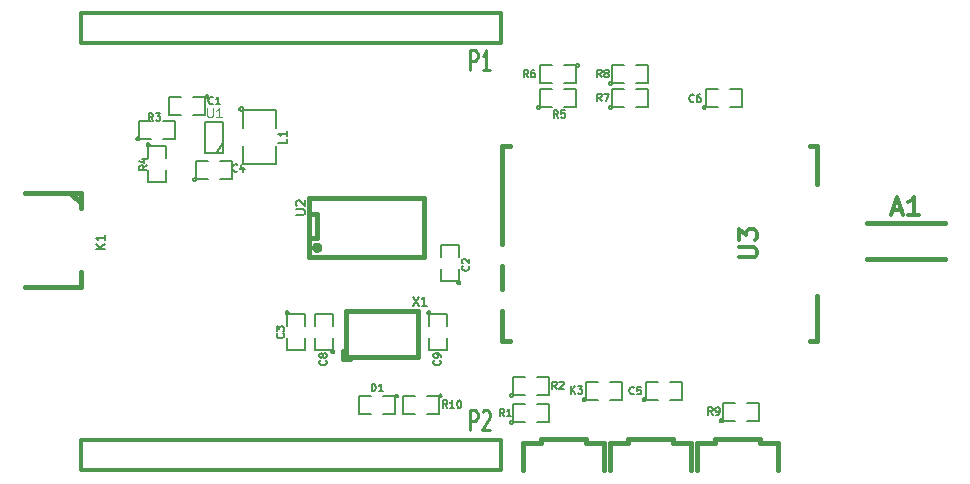
<source format=gto>
G04 (created by PCBNEW-RS274X (2012-jan-04)-stable) date Sun 27 Jan 2013 19:14:15 CET*
G01*
G70*
G90*
%MOIN*%
G04 Gerber Fmt 3.4, Leading zero omitted, Abs format*
%FSLAX34Y34*%
G04 APERTURE LIST*
%ADD10C,0.006000*%
%ADD11C,0.015000*%
%ADD12C,0.005000*%
%ADD13C,0.012000*%
%ADD14C,0.003000*%
%ADD15C,0.010700*%
G04 APERTURE END LIST*
G54D10*
G54D11*
X68650Y-33000D02*
X68650Y-32100D01*
X68650Y-32100D02*
X69250Y-32100D01*
X69250Y-32100D02*
X69250Y-31950D01*
X69250Y-31950D02*
X70750Y-31950D01*
X70750Y-31950D02*
X70750Y-32100D01*
X70750Y-32100D02*
X71350Y-32100D01*
X71350Y-32100D02*
X71350Y-33000D01*
X65750Y-33000D02*
X65750Y-32100D01*
X65750Y-32100D02*
X66350Y-32100D01*
X66350Y-32100D02*
X66350Y-31950D01*
X66350Y-31950D02*
X67850Y-31950D01*
X67850Y-31950D02*
X67850Y-32100D01*
X67850Y-32100D02*
X68450Y-32100D01*
X68450Y-32100D02*
X68450Y-33000D01*
G54D12*
X55750Y-22100D02*
X55550Y-22400D01*
X55750Y-21400D02*
X55750Y-22425D01*
X55750Y-22425D02*
X55150Y-22425D01*
X55150Y-22425D02*
X55150Y-21400D01*
X55150Y-21400D02*
X55750Y-21400D01*
X56420Y-20950D02*
X56418Y-20963D01*
X56414Y-20976D01*
X56408Y-20988D01*
X56399Y-20999D01*
X56389Y-21008D01*
X56377Y-21014D01*
X56364Y-21018D01*
X56350Y-21019D01*
X56337Y-21018D01*
X56324Y-21014D01*
X56312Y-21008D01*
X56302Y-21000D01*
X56293Y-20989D01*
X56286Y-20977D01*
X56282Y-20964D01*
X56281Y-20950D01*
X56282Y-20938D01*
X56285Y-20925D01*
X56292Y-20913D01*
X56300Y-20902D01*
X56311Y-20893D01*
X56322Y-20886D01*
X56335Y-20882D01*
X56349Y-20881D01*
X56362Y-20882D01*
X56375Y-20885D01*
X56387Y-20891D01*
X56398Y-20900D01*
X56407Y-20910D01*
X56413Y-20922D01*
X56418Y-20935D01*
X56419Y-20949D01*
X56420Y-20950D01*
X57500Y-21600D02*
X57500Y-21000D01*
X57500Y-21000D02*
X56400Y-21000D01*
X56400Y-21000D02*
X56400Y-21600D01*
X56400Y-22200D02*
X56400Y-22800D01*
X56400Y-22800D02*
X57500Y-22800D01*
X57500Y-22800D02*
X57500Y-22200D01*
X52950Y-21950D02*
X52949Y-21959D01*
X52946Y-21969D01*
X52941Y-21977D01*
X52935Y-21985D01*
X52927Y-21991D01*
X52919Y-21996D01*
X52910Y-21998D01*
X52900Y-21999D01*
X52891Y-21999D01*
X52882Y-21996D01*
X52873Y-21991D01*
X52866Y-21985D01*
X52859Y-21978D01*
X52855Y-21969D01*
X52852Y-21960D01*
X52851Y-21950D01*
X52851Y-21941D01*
X52854Y-21932D01*
X52858Y-21923D01*
X52865Y-21916D01*
X52872Y-21909D01*
X52880Y-21905D01*
X52890Y-21902D01*
X52899Y-21901D01*
X52908Y-21901D01*
X52918Y-21904D01*
X52926Y-21908D01*
X52934Y-21914D01*
X52940Y-21922D01*
X52945Y-21930D01*
X52948Y-21939D01*
X52949Y-21949D01*
X52950Y-21950D01*
X53350Y-21950D02*
X52950Y-21950D01*
X52950Y-21950D02*
X52950Y-21350D01*
X52950Y-21350D02*
X53350Y-21350D01*
X53750Y-21350D02*
X54150Y-21350D01*
X54150Y-21350D02*
X54150Y-21950D01*
X54150Y-21950D02*
X53750Y-21950D01*
X55250Y-20550D02*
X55249Y-20559D01*
X55246Y-20569D01*
X55241Y-20577D01*
X55235Y-20585D01*
X55227Y-20591D01*
X55219Y-20596D01*
X55210Y-20598D01*
X55200Y-20599D01*
X55191Y-20599D01*
X55182Y-20596D01*
X55173Y-20591D01*
X55166Y-20585D01*
X55159Y-20578D01*
X55155Y-20569D01*
X55152Y-20560D01*
X55151Y-20550D01*
X55151Y-20541D01*
X55154Y-20532D01*
X55158Y-20523D01*
X55165Y-20516D01*
X55172Y-20509D01*
X55180Y-20505D01*
X55190Y-20502D01*
X55199Y-20501D01*
X55208Y-20501D01*
X55218Y-20504D01*
X55226Y-20508D01*
X55234Y-20514D01*
X55240Y-20522D01*
X55245Y-20530D01*
X55248Y-20539D01*
X55249Y-20549D01*
X55250Y-20550D01*
X54750Y-20550D02*
X55150Y-20550D01*
X55150Y-20550D02*
X55150Y-21150D01*
X55150Y-21150D02*
X54750Y-21150D01*
X54350Y-21150D02*
X53950Y-21150D01*
X53950Y-21150D02*
X53950Y-20550D01*
X53950Y-20550D02*
X54350Y-20550D01*
X63650Y-26750D02*
X63649Y-26759D01*
X63646Y-26769D01*
X63641Y-26777D01*
X63635Y-26785D01*
X63627Y-26791D01*
X63619Y-26796D01*
X63610Y-26798D01*
X63600Y-26799D01*
X63591Y-26799D01*
X63582Y-26796D01*
X63573Y-26791D01*
X63566Y-26785D01*
X63559Y-26778D01*
X63555Y-26769D01*
X63552Y-26760D01*
X63551Y-26750D01*
X63551Y-26741D01*
X63554Y-26732D01*
X63558Y-26723D01*
X63565Y-26716D01*
X63572Y-26709D01*
X63580Y-26705D01*
X63590Y-26702D01*
X63599Y-26701D01*
X63608Y-26701D01*
X63618Y-26704D01*
X63626Y-26708D01*
X63634Y-26714D01*
X63640Y-26722D01*
X63645Y-26730D01*
X63648Y-26739D01*
X63649Y-26749D01*
X63650Y-26750D01*
X63600Y-26300D02*
X63600Y-26700D01*
X63600Y-26700D02*
X63000Y-26700D01*
X63000Y-26700D02*
X63000Y-26300D01*
X63000Y-25900D02*
X63000Y-25500D01*
X63000Y-25500D02*
X63600Y-25500D01*
X63600Y-25500D02*
X63600Y-25900D01*
X57925Y-27750D02*
X57924Y-27759D01*
X57921Y-27769D01*
X57916Y-27777D01*
X57910Y-27785D01*
X57902Y-27791D01*
X57894Y-27796D01*
X57885Y-27798D01*
X57875Y-27799D01*
X57866Y-27799D01*
X57857Y-27796D01*
X57848Y-27791D01*
X57841Y-27785D01*
X57834Y-27778D01*
X57830Y-27769D01*
X57827Y-27760D01*
X57826Y-27750D01*
X57826Y-27741D01*
X57829Y-27732D01*
X57833Y-27723D01*
X57840Y-27716D01*
X57847Y-27709D01*
X57855Y-27705D01*
X57865Y-27702D01*
X57874Y-27701D01*
X57883Y-27701D01*
X57893Y-27704D01*
X57901Y-27708D01*
X57909Y-27714D01*
X57915Y-27722D01*
X57920Y-27730D01*
X57923Y-27739D01*
X57924Y-27749D01*
X57925Y-27750D01*
X57875Y-28200D02*
X57875Y-27800D01*
X57875Y-27800D02*
X58475Y-27800D01*
X58475Y-27800D02*
X58475Y-28200D01*
X58475Y-28600D02*
X58475Y-29000D01*
X58475Y-29000D02*
X57875Y-29000D01*
X57875Y-29000D02*
X57875Y-28600D01*
X68700Y-20100D02*
X68699Y-20109D01*
X68696Y-20119D01*
X68691Y-20127D01*
X68685Y-20135D01*
X68677Y-20141D01*
X68669Y-20146D01*
X68660Y-20148D01*
X68650Y-20149D01*
X68641Y-20149D01*
X68632Y-20146D01*
X68623Y-20141D01*
X68616Y-20135D01*
X68609Y-20128D01*
X68605Y-20119D01*
X68602Y-20110D01*
X68601Y-20100D01*
X68601Y-20091D01*
X68604Y-20082D01*
X68608Y-20073D01*
X68615Y-20066D01*
X68622Y-20059D01*
X68630Y-20055D01*
X68640Y-20052D01*
X68649Y-20051D01*
X68658Y-20051D01*
X68668Y-20054D01*
X68676Y-20058D01*
X68684Y-20064D01*
X68690Y-20072D01*
X68695Y-20080D01*
X68698Y-20089D01*
X68699Y-20099D01*
X68700Y-20100D01*
X69100Y-20100D02*
X68700Y-20100D01*
X68700Y-20100D02*
X68700Y-19500D01*
X68700Y-19500D02*
X69100Y-19500D01*
X69500Y-19500D02*
X69900Y-19500D01*
X69900Y-19500D02*
X69900Y-20100D01*
X69900Y-20100D02*
X69500Y-20100D01*
X68700Y-20900D02*
X68699Y-20909D01*
X68696Y-20919D01*
X68691Y-20927D01*
X68685Y-20935D01*
X68677Y-20941D01*
X68669Y-20946D01*
X68660Y-20948D01*
X68650Y-20949D01*
X68641Y-20949D01*
X68632Y-20946D01*
X68623Y-20941D01*
X68616Y-20935D01*
X68609Y-20928D01*
X68605Y-20919D01*
X68602Y-20910D01*
X68601Y-20900D01*
X68601Y-20891D01*
X68604Y-20882D01*
X68608Y-20873D01*
X68615Y-20866D01*
X68622Y-20859D01*
X68630Y-20855D01*
X68640Y-20852D01*
X68649Y-20851D01*
X68658Y-20851D01*
X68668Y-20854D01*
X68676Y-20858D01*
X68684Y-20864D01*
X68690Y-20872D01*
X68695Y-20880D01*
X68698Y-20889D01*
X68699Y-20899D01*
X68700Y-20900D01*
X69100Y-20900D02*
X68700Y-20900D01*
X68700Y-20900D02*
X68700Y-20300D01*
X68700Y-20300D02*
X69100Y-20300D01*
X69500Y-20300D02*
X69900Y-20300D01*
X69900Y-20300D02*
X69900Y-20900D01*
X69900Y-20900D02*
X69500Y-20900D01*
X67600Y-19500D02*
X67599Y-19509D01*
X67596Y-19519D01*
X67591Y-19527D01*
X67585Y-19535D01*
X67577Y-19541D01*
X67569Y-19546D01*
X67560Y-19548D01*
X67550Y-19549D01*
X67541Y-19549D01*
X67532Y-19546D01*
X67523Y-19541D01*
X67516Y-19535D01*
X67509Y-19528D01*
X67505Y-19519D01*
X67502Y-19510D01*
X67501Y-19500D01*
X67501Y-19491D01*
X67504Y-19482D01*
X67508Y-19473D01*
X67515Y-19466D01*
X67522Y-19459D01*
X67530Y-19455D01*
X67540Y-19452D01*
X67549Y-19451D01*
X67558Y-19451D01*
X67568Y-19454D01*
X67576Y-19458D01*
X67584Y-19464D01*
X67590Y-19472D01*
X67595Y-19480D01*
X67598Y-19489D01*
X67599Y-19499D01*
X67600Y-19500D01*
X67100Y-19500D02*
X67500Y-19500D01*
X67500Y-19500D02*
X67500Y-20100D01*
X67500Y-20100D02*
X67100Y-20100D01*
X66700Y-20100D02*
X66300Y-20100D01*
X66300Y-20100D02*
X66300Y-19500D01*
X66300Y-19500D02*
X66700Y-19500D01*
X66300Y-20900D02*
X66299Y-20909D01*
X66296Y-20919D01*
X66291Y-20927D01*
X66285Y-20935D01*
X66277Y-20941D01*
X66269Y-20946D01*
X66260Y-20948D01*
X66250Y-20949D01*
X66241Y-20949D01*
X66232Y-20946D01*
X66223Y-20941D01*
X66216Y-20935D01*
X66209Y-20928D01*
X66205Y-20919D01*
X66202Y-20910D01*
X66201Y-20900D01*
X66201Y-20891D01*
X66204Y-20882D01*
X66208Y-20873D01*
X66215Y-20866D01*
X66222Y-20859D01*
X66230Y-20855D01*
X66240Y-20852D01*
X66249Y-20851D01*
X66258Y-20851D01*
X66268Y-20854D01*
X66276Y-20858D01*
X66284Y-20864D01*
X66290Y-20872D01*
X66295Y-20880D01*
X66298Y-20889D01*
X66299Y-20899D01*
X66300Y-20900D01*
X66700Y-20900D02*
X66300Y-20900D01*
X66300Y-20900D02*
X66300Y-20300D01*
X66300Y-20300D02*
X66700Y-20300D01*
X67100Y-20300D02*
X67500Y-20300D01*
X67500Y-20300D02*
X67500Y-20900D01*
X67500Y-20900D02*
X67100Y-20900D01*
X53300Y-22150D02*
X53299Y-22159D01*
X53296Y-22169D01*
X53291Y-22177D01*
X53285Y-22185D01*
X53277Y-22191D01*
X53269Y-22196D01*
X53260Y-22198D01*
X53250Y-22199D01*
X53241Y-22199D01*
X53232Y-22196D01*
X53223Y-22191D01*
X53216Y-22185D01*
X53209Y-22178D01*
X53205Y-22169D01*
X53202Y-22160D01*
X53201Y-22150D01*
X53201Y-22141D01*
X53204Y-22132D01*
X53208Y-22123D01*
X53215Y-22116D01*
X53222Y-22109D01*
X53230Y-22105D01*
X53240Y-22102D01*
X53249Y-22101D01*
X53258Y-22101D01*
X53268Y-22104D01*
X53276Y-22108D01*
X53284Y-22114D01*
X53290Y-22122D01*
X53295Y-22130D01*
X53298Y-22139D01*
X53299Y-22149D01*
X53300Y-22150D01*
X53250Y-22600D02*
X53250Y-22200D01*
X53250Y-22200D02*
X53850Y-22200D01*
X53850Y-22200D02*
X53850Y-22600D01*
X53850Y-23000D02*
X53850Y-23400D01*
X53850Y-23400D02*
X53250Y-23400D01*
X53250Y-23400D02*
X53250Y-23000D01*
X69825Y-30650D02*
X69824Y-30659D01*
X69821Y-30669D01*
X69816Y-30677D01*
X69810Y-30685D01*
X69802Y-30691D01*
X69794Y-30696D01*
X69785Y-30698D01*
X69775Y-30699D01*
X69766Y-30699D01*
X69757Y-30696D01*
X69748Y-30691D01*
X69741Y-30685D01*
X69734Y-30678D01*
X69730Y-30669D01*
X69727Y-30660D01*
X69726Y-30650D01*
X69726Y-30641D01*
X69729Y-30632D01*
X69733Y-30623D01*
X69740Y-30616D01*
X69747Y-30609D01*
X69755Y-30605D01*
X69765Y-30602D01*
X69774Y-30601D01*
X69783Y-30601D01*
X69793Y-30604D01*
X69801Y-30608D01*
X69809Y-30614D01*
X69815Y-30622D01*
X69820Y-30630D01*
X69823Y-30639D01*
X69824Y-30649D01*
X69825Y-30650D01*
X70225Y-30650D02*
X69825Y-30650D01*
X69825Y-30650D02*
X69825Y-30050D01*
X69825Y-30050D02*
X70225Y-30050D01*
X70625Y-30050D02*
X71025Y-30050D01*
X71025Y-30050D02*
X71025Y-30650D01*
X71025Y-30650D02*
X70625Y-30650D01*
X65400Y-30500D02*
X65399Y-30509D01*
X65396Y-30519D01*
X65391Y-30527D01*
X65385Y-30535D01*
X65377Y-30541D01*
X65369Y-30546D01*
X65360Y-30548D01*
X65350Y-30549D01*
X65341Y-30549D01*
X65332Y-30546D01*
X65323Y-30541D01*
X65316Y-30535D01*
X65309Y-30528D01*
X65305Y-30519D01*
X65302Y-30510D01*
X65301Y-30500D01*
X65301Y-30491D01*
X65304Y-30482D01*
X65308Y-30473D01*
X65315Y-30466D01*
X65322Y-30459D01*
X65330Y-30455D01*
X65340Y-30452D01*
X65349Y-30451D01*
X65358Y-30451D01*
X65368Y-30454D01*
X65376Y-30458D01*
X65384Y-30464D01*
X65390Y-30472D01*
X65395Y-30480D01*
X65398Y-30489D01*
X65399Y-30499D01*
X65400Y-30500D01*
X65800Y-30500D02*
X65400Y-30500D01*
X65400Y-30500D02*
X65400Y-29900D01*
X65400Y-29900D02*
X65800Y-29900D01*
X66200Y-29900D02*
X66600Y-29900D01*
X66600Y-29900D02*
X66600Y-30500D01*
X66600Y-30500D02*
X66200Y-30500D01*
X65400Y-31400D02*
X65399Y-31409D01*
X65396Y-31419D01*
X65391Y-31427D01*
X65385Y-31435D01*
X65377Y-31441D01*
X65369Y-31446D01*
X65360Y-31448D01*
X65350Y-31449D01*
X65341Y-31449D01*
X65332Y-31446D01*
X65323Y-31441D01*
X65316Y-31435D01*
X65309Y-31428D01*
X65305Y-31419D01*
X65302Y-31410D01*
X65301Y-31400D01*
X65301Y-31391D01*
X65304Y-31382D01*
X65308Y-31373D01*
X65315Y-31366D01*
X65322Y-31359D01*
X65330Y-31355D01*
X65340Y-31352D01*
X65349Y-31351D01*
X65358Y-31351D01*
X65368Y-31354D01*
X65376Y-31358D01*
X65384Y-31364D01*
X65390Y-31372D01*
X65395Y-31380D01*
X65398Y-31389D01*
X65399Y-31399D01*
X65400Y-31400D01*
X65800Y-31400D02*
X65400Y-31400D01*
X65400Y-31400D02*
X65400Y-30800D01*
X65400Y-30800D02*
X65800Y-30800D01*
X66200Y-30800D02*
X66600Y-30800D01*
X66600Y-30800D02*
X66600Y-31400D01*
X66600Y-31400D02*
X66200Y-31400D01*
X54850Y-23300D02*
X54849Y-23309D01*
X54846Y-23319D01*
X54841Y-23327D01*
X54835Y-23335D01*
X54827Y-23341D01*
X54819Y-23346D01*
X54810Y-23348D01*
X54800Y-23349D01*
X54791Y-23349D01*
X54782Y-23346D01*
X54773Y-23341D01*
X54766Y-23335D01*
X54759Y-23328D01*
X54755Y-23319D01*
X54752Y-23310D01*
X54751Y-23300D01*
X54751Y-23291D01*
X54754Y-23282D01*
X54758Y-23273D01*
X54765Y-23266D01*
X54772Y-23259D01*
X54780Y-23255D01*
X54790Y-23252D01*
X54799Y-23251D01*
X54808Y-23251D01*
X54818Y-23254D01*
X54826Y-23258D01*
X54834Y-23264D01*
X54840Y-23272D01*
X54845Y-23280D01*
X54848Y-23289D01*
X54849Y-23299D01*
X54850Y-23300D01*
X55250Y-23300D02*
X54850Y-23300D01*
X54850Y-23300D02*
X54850Y-22700D01*
X54850Y-22700D02*
X55250Y-22700D01*
X55650Y-22700D02*
X56050Y-22700D01*
X56050Y-22700D02*
X56050Y-23300D01*
X56050Y-23300D02*
X55650Y-23300D01*
X71825Y-20900D02*
X71824Y-20909D01*
X71821Y-20919D01*
X71816Y-20927D01*
X71810Y-20935D01*
X71802Y-20941D01*
X71794Y-20946D01*
X71785Y-20948D01*
X71775Y-20949D01*
X71766Y-20949D01*
X71757Y-20946D01*
X71748Y-20941D01*
X71741Y-20935D01*
X71734Y-20928D01*
X71730Y-20919D01*
X71727Y-20910D01*
X71726Y-20900D01*
X71726Y-20891D01*
X71729Y-20882D01*
X71733Y-20873D01*
X71740Y-20866D01*
X71747Y-20859D01*
X71755Y-20855D01*
X71765Y-20852D01*
X71774Y-20851D01*
X71783Y-20851D01*
X71793Y-20854D01*
X71801Y-20858D01*
X71809Y-20864D01*
X71815Y-20872D01*
X71820Y-20880D01*
X71823Y-20889D01*
X71824Y-20899D01*
X71825Y-20900D01*
X72225Y-20900D02*
X71825Y-20900D01*
X71825Y-20900D02*
X71825Y-20300D01*
X71825Y-20300D02*
X72225Y-20300D01*
X72625Y-20300D02*
X73025Y-20300D01*
X73025Y-20300D02*
X73025Y-20900D01*
X73025Y-20900D02*
X72625Y-20900D01*
G54D11*
X65050Y-26950D02*
X65050Y-26200D01*
X75550Y-27200D02*
X75550Y-28700D01*
X75550Y-28700D02*
X75300Y-28700D01*
X75300Y-22200D02*
X75550Y-22200D01*
X75550Y-22200D02*
X75550Y-23450D01*
X65050Y-25450D02*
X65050Y-22200D01*
X65050Y-22200D02*
X65300Y-22200D01*
X65300Y-28700D02*
X65050Y-28700D01*
X65050Y-28700D02*
X65050Y-27700D01*
X79800Y-25950D02*
X77200Y-25950D01*
X77200Y-24750D02*
X79800Y-24750D01*
G54D12*
X67825Y-30650D02*
X67824Y-30659D01*
X67821Y-30669D01*
X67816Y-30677D01*
X67810Y-30685D01*
X67802Y-30691D01*
X67794Y-30696D01*
X67785Y-30698D01*
X67775Y-30699D01*
X67766Y-30699D01*
X67757Y-30696D01*
X67748Y-30691D01*
X67741Y-30685D01*
X67734Y-30678D01*
X67730Y-30669D01*
X67727Y-30660D01*
X67726Y-30650D01*
X67726Y-30641D01*
X67729Y-30632D01*
X67733Y-30623D01*
X67740Y-30616D01*
X67747Y-30609D01*
X67755Y-30605D01*
X67765Y-30602D01*
X67774Y-30601D01*
X67783Y-30601D01*
X67793Y-30604D01*
X67801Y-30608D01*
X67809Y-30614D01*
X67815Y-30622D01*
X67820Y-30630D01*
X67823Y-30639D01*
X67824Y-30649D01*
X67825Y-30650D01*
X68225Y-30650D02*
X67825Y-30650D01*
X67825Y-30650D02*
X67825Y-30050D01*
X67825Y-30050D02*
X68225Y-30050D01*
X68625Y-30050D02*
X69025Y-30050D01*
X69025Y-30050D02*
X69025Y-30650D01*
X69025Y-30650D02*
X68625Y-30650D01*
G54D11*
X58944Y-25570D02*
X58942Y-25585D01*
X58938Y-25600D01*
X58930Y-25613D01*
X58921Y-25625D01*
X58909Y-25635D01*
X58895Y-25642D01*
X58880Y-25647D01*
X58865Y-25648D01*
X58851Y-25647D01*
X58836Y-25643D01*
X58822Y-25636D01*
X58810Y-25626D01*
X58800Y-25614D01*
X58793Y-25601D01*
X58788Y-25586D01*
X58787Y-25571D01*
X58788Y-25556D01*
X58792Y-25541D01*
X58799Y-25528D01*
X58809Y-25516D01*
X58820Y-25506D01*
X58834Y-25498D01*
X58849Y-25493D01*
X58864Y-25492D01*
X58878Y-25493D01*
X58893Y-25497D01*
X58907Y-25504D01*
X58919Y-25513D01*
X58929Y-25525D01*
X58937Y-25538D01*
X58942Y-25553D01*
X58943Y-25568D01*
X58944Y-25570D01*
X58609Y-24468D02*
X58865Y-24468D01*
X58865Y-24468D02*
X58865Y-25255D01*
X58865Y-25255D02*
X58609Y-25255D01*
X58609Y-25885D02*
X58609Y-23916D01*
X58609Y-23916D02*
X62448Y-23916D01*
X62448Y-23916D02*
X62448Y-25885D01*
X62448Y-25885D02*
X58609Y-25885D01*
G54D12*
X59450Y-29050D02*
X59449Y-29059D01*
X59446Y-29069D01*
X59441Y-29077D01*
X59435Y-29085D01*
X59427Y-29091D01*
X59419Y-29096D01*
X59410Y-29098D01*
X59400Y-29099D01*
X59391Y-29099D01*
X59382Y-29096D01*
X59373Y-29091D01*
X59366Y-29085D01*
X59359Y-29078D01*
X59355Y-29069D01*
X59352Y-29060D01*
X59351Y-29050D01*
X59351Y-29041D01*
X59354Y-29032D01*
X59358Y-29023D01*
X59365Y-29016D01*
X59372Y-29009D01*
X59380Y-29005D01*
X59390Y-29002D01*
X59399Y-29001D01*
X59408Y-29001D01*
X59418Y-29004D01*
X59426Y-29008D01*
X59434Y-29014D01*
X59440Y-29022D01*
X59445Y-29030D01*
X59448Y-29039D01*
X59449Y-29049D01*
X59450Y-29050D01*
X59400Y-28600D02*
X59400Y-29000D01*
X59400Y-29000D02*
X58800Y-29000D01*
X58800Y-29000D02*
X58800Y-28600D01*
X58800Y-28200D02*
X58800Y-27800D01*
X58800Y-27800D02*
X59400Y-27800D01*
X59400Y-27800D02*
X59400Y-28200D01*
X62650Y-27750D02*
X62649Y-27759D01*
X62646Y-27769D01*
X62641Y-27777D01*
X62635Y-27785D01*
X62627Y-27791D01*
X62619Y-27796D01*
X62610Y-27798D01*
X62600Y-27799D01*
X62591Y-27799D01*
X62582Y-27796D01*
X62573Y-27791D01*
X62566Y-27785D01*
X62559Y-27778D01*
X62555Y-27769D01*
X62552Y-27760D01*
X62551Y-27750D01*
X62551Y-27741D01*
X62554Y-27732D01*
X62558Y-27723D01*
X62565Y-27716D01*
X62572Y-27709D01*
X62580Y-27705D01*
X62590Y-27702D01*
X62599Y-27701D01*
X62608Y-27701D01*
X62618Y-27704D01*
X62626Y-27708D01*
X62634Y-27714D01*
X62640Y-27722D01*
X62645Y-27730D01*
X62648Y-27739D01*
X62649Y-27749D01*
X62650Y-27750D01*
X62600Y-28200D02*
X62600Y-27800D01*
X62600Y-27800D02*
X63200Y-27800D01*
X63200Y-27800D02*
X63200Y-28200D01*
X63200Y-28600D02*
X63200Y-29000D01*
X63200Y-29000D02*
X62600Y-29000D01*
X62600Y-29000D02*
X62600Y-28600D01*
G54D11*
X59749Y-29018D02*
X59749Y-29294D01*
X59749Y-29294D02*
X59985Y-29294D01*
X59828Y-27680D02*
X62229Y-27680D01*
X62229Y-27680D02*
X62229Y-29176D01*
X62229Y-29176D02*
X62229Y-29215D01*
X62229Y-29215D02*
X59828Y-29215D01*
X59828Y-29215D02*
X59828Y-27680D01*
G54D13*
X65000Y-18750D02*
X51000Y-18750D01*
X51000Y-18750D02*
X51000Y-17750D01*
X51000Y-17750D02*
X65000Y-17750D01*
X65000Y-17750D02*
X65000Y-18750D01*
G54D11*
X71550Y-33000D02*
X71550Y-32100D01*
X71550Y-32100D02*
X72150Y-32100D01*
X72150Y-32100D02*
X72150Y-31950D01*
X72150Y-31950D02*
X73650Y-31950D01*
X73650Y-31950D02*
X73650Y-32100D01*
X73650Y-32100D02*
X74250Y-32100D01*
X74250Y-32100D02*
X74250Y-33000D01*
G54D12*
X72400Y-31350D02*
X72399Y-31359D01*
X72396Y-31369D01*
X72391Y-31377D01*
X72385Y-31385D01*
X72377Y-31391D01*
X72369Y-31396D01*
X72360Y-31398D01*
X72350Y-31399D01*
X72341Y-31399D01*
X72332Y-31396D01*
X72323Y-31391D01*
X72316Y-31385D01*
X72309Y-31378D01*
X72305Y-31369D01*
X72302Y-31360D01*
X72301Y-31350D01*
X72301Y-31341D01*
X72304Y-31332D01*
X72308Y-31323D01*
X72315Y-31316D01*
X72322Y-31309D01*
X72330Y-31305D01*
X72340Y-31302D01*
X72349Y-31301D01*
X72358Y-31301D01*
X72368Y-31304D01*
X72376Y-31308D01*
X72384Y-31314D01*
X72390Y-31322D01*
X72395Y-31330D01*
X72398Y-31339D01*
X72399Y-31349D01*
X72400Y-31350D01*
X72800Y-31350D02*
X72400Y-31350D01*
X72400Y-31350D02*
X72400Y-30750D01*
X72400Y-30750D02*
X72800Y-30750D01*
X73200Y-30750D02*
X73600Y-30750D01*
X73600Y-30750D02*
X73600Y-31350D01*
X73600Y-31350D02*
X73200Y-31350D01*
X63025Y-30525D02*
X63024Y-30534D01*
X63021Y-30544D01*
X63016Y-30552D01*
X63010Y-30560D01*
X63002Y-30566D01*
X62994Y-30571D01*
X62985Y-30573D01*
X62975Y-30574D01*
X62966Y-30574D01*
X62957Y-30571D01*
X62948Y-30566D01*
X62941Y-30560D01*
X62934Y-30553D01*
X62930Y-30544D01*
X62927Y-30535D01*
X62926Y-30525D01*
X62926Y-30516D01*
X62929Y-30507D01*
X62933Y-30498D01*
X62940Y-30491D01*
X62947Y-30484D01*
X62955Y-30480D01*
X62965Y-30477D01*
X62974Y-30476D01*
X62983Y-30476D01*
X62993Y-30479D01*
X63001Y-30483D01*
X63009Y-30489D01*
X63015Y-30497D01*
X63020Y-30505D01*
X63023Y-30514D01*
X63024Y-30524D01*
X63025Y-30525D01*
X62525Y-30525D02*
X62925Y-30525D01*
X62925Y-30525D02*
X62925Y-31125D01*
X62925Y-31125D02*
X62525Y-31125D01*
X62125Y-31125D02*
X61725Y-31125D01*
X61725Y-31125D02*
X61725Y-30525D01*
X61725Y-30525D02*
X62125Y-30525D01*
X61575Y-30525D02*
X61574Y-30534D01*
X61571Y-30544D01*
X61566Y-30552D01*
X61560Y-30560D01*
X61552Y-30566D01*
X61544Y-30571D01*
X61535Y-30573D01*
X61525Y-30574D01*
X61516Y-30574D01*
X61507Y-30571D01*
X61498Y-30566D01*
X61491Y-30560D01*
X61484Y-30553D01*
X61480Y-30544D01*
X61477Y-30535D01*
X61476Y-30525D01*
X61476Y-30516D01*
X61479Y-30507D01*
X61483Y-30498D01*
X61490Y-30491D01*
X61497Y-30484D01*
X61505Y-30480D01*
X61515Y-30477D01*
X61524Y-30476D01*
X61533Y-30476D01*
X61543Y-30479D01*
X61551Y-30483D01*
X61559Y-30489D01*
X61565Y-30497D01*
X61570Y-30505D01*
X61573Y-30514D01*
X61574Y-30524D01*
X61575Y-30525D01*
X61075Y-30525D02*
X61475Y-30525D01*
X61475Y-30525D02*
X61475Y-31125D01*
X61475Y-31125D02*
X61075Y-31125D01*
X60675Y-31125D02*
X60275Y-31125D01*
X60275Y-31125D02*
X60275Y-30525D01*
X60275Y-30525D02*
X60675Y-30525D01*
G54D11*
X50648Y-23751D02*
X51002Y-24105D01*
X51002Y-26388D02*
X51002Y-26900D01*
X51002Y-26900D02*
X49152Y-26900D01*
X49152Y-23751D02*
X51002Y-23751D01*
X51002Y-23751D02*
X51002Y-24262D01*
G54D13*
X65000Y-33000D02*
X51000Y-33000D01*
X51000Y-33000D02*
X51000Y-32000D01*
X51000Y-32000D02*
X65000Y-32000D01*
X65000Y-32000D02*
X65000Y-33000D01*
G54D14*
X55221Y-20934D02*
X55221Y-21177D01*
X55236Y-21206D01*
X55250Y-21220D01*
X55279Y-21234D01*
X55336Y-21234D01*
X55364Y-21220D01*
X55379Y-21206D01*
X55393Y-21177D01*
X55393Y-20934D01*
X55693Y-21234D02*
X55521Y-21234D01*
X55607Y-21234D02*
X55607Y-20934D01*
X55578Y-20977D01*
X55550Y-21006D01*
X55521Y-21020D01*
G54D12*
X57871Y-21950D02*
X57871Y-22093D01*
X57571Y-22093D01*
X57871Y-21692D02*
X57871Y-21864D01*
X57871Y-21778D02*
X57571Y-21778D01*
X57614Y-21807D01*
X57643Y-21835D01*
X57657Y-21864D01*
X53408Y-21351D02*
X53325Y-21232D01*
X53266Y-21351D02*
X53266Y-21101D01*
X53361Y-21101D01*
X53385Y-21113D01*
X53396Y-21125D01*
X53408Y-21149D01*
X53408Y-21185D01*
X53396Y-21208D01*
X53385Y-21220D01*
X53361Y-21232D01*
X53266Y-21232D01*
X53492Y-21101D02*
X53646Y-21101D01*
X53563Y-21196D01*
X53599Y-21196D01*
X53623Y-21208D01*
X53635Y-21220D01*
X53646Y-21244D01*
X53646Y-21304D01*
X53635Y-21327D01*
X53623Y-21339D01*
X53599Y-21351D01*
X53527Y-21351D01*
X53504Y-21339D01*
X53492Y-21327D01*
X55408Y-20777D02*
X55396Y-20789D01*
X55361Y-20801D01*
X55337Y-20801D01*
X55301Y-20789D01*
X55277Y-20765D01*
X55266Y-20742D01*
X55254Y-20694D01*
X55254Y-20658D01*
X55266Y-20611D01*
X55277Y-20587D01*
X55301Y-20563D01*
X55337Y-20551D01*
X55361Y-20551D01*
X55396Y-20563D01*
X55408Y-20575D01*
X55646Y-20801D02*
X55504Y-20801D01*
X55575Y-20801D02*
X55575Y-20551D01*
X55551Y-20587D01*
X55527Y-20611D01*
X55504Y-20623D01*
X63927Y-26192D02*
X63939Y-26204D01*
X63951Y-26239D01*
X63951Y-26263D01*
X63939Y-26299D01*
X63915Y-26323D01*
X63892Y-26334D01*
X63844Y-26346D01*
X63808Y-26346D01*
X63761Y-26334D01*
X63737Y-26323D01*
X63713Y-26299D01*
X63701Y-26263D01*
X63701Y-26239D01*
X63713Y-26204D01*
X63725Y-26192D01*
X63725Y-26096D02*
X63713Y-26084D01*
X63701Y-26061D01*
X63701Y-26001D01*
X63713Y-25977D01*
X63725Y-25965D01*
X63749Y-25954D01*
X63773Y-25954D01*
X63808Y-25965D01*
X63951Y-26108D01*
X63951Y-25954D01*
X57752Y-28442D02*
X57764Y-28454D01*
X57776Y-28489D01*
X57776Y-28513D01*
X57764Y-28549D01*
X57740Y-28573D01*
X57717Y-28584D01*
X57669Y-28596D01*
X57633Y-28596D01*
X57586Y-28584D01*
X57562Y-28573D01*
X57538Y-28549D01*
X57526Y-28513D01*
X57526Y-28489D01*
X57538Y-28454D01*
X57550Y-28442D01*
X57526Y-28358D02*
X57526Y-28204D01*
X57621Y-28287D01*
X57621Y-28251D01*
X57633Y-28227D01*
X57645Y-28215D01*
X57669Y-28204D01*
X57729Y-28204D01*
X57752Y-28215D01*
X57764Y-28227D01*
X57776Y-28251D01*
X57776Y-28323D01*
X57764Y-28346D01*
X57752Y-28358D01*
X68358Y-19901D02*
X68275Y-19782D01*
X68216Y-19901D02*
X68216Y-19651D01*
X68311Y-19651D01*
X68335Y-19663D01*
X68346Y-19675D01*
X68358Y-19699D01*
X68358Y-19735D01*
X68346Y-19758D01*
X68335Y-19770D01*
X68311Y-19782D01*
X68216Y-19782D01*
X68501Y-19758D02*
X68477Y-19746D01*
X68466Y-19735D01*
X68454Y-19711D01*
X68454Y-19699D01*
X68466Y-19675D01*
X68477Y-19663D01*
X68501Y-19651D01*
X68549Y-19651D01*
X68573Y-19663D01*
X68585Y-19675D01*
X68596Y-19699D01*
X68596Y-19711D01*
X68585Y-19735D01*
X68573Y-19746D01*
X68549Y-19758D01*
X68501Y-19758D01*
X68477Y-19770D01*
X68466Y-19782D01*
X68454Y-19806D01*
X68454Y-19854D01*
X68466Y-19877D01*
X68477Y-19889D01*
X68501Y-19901D01*
X68549Y-19901D01*
X68573Y-19889D01*
X68585Y-19877D01*
X68596Y-19854D01*
X68596Y-19806D01*
X68585Y-19782D01*
X68573Y-19770D01*
X68549Y-19758D01*
X68358Y-20701D02*
X68275Y-20582D01*
X68216Y-20701D02*
X68216Y-20451D01*
X68311Y-20451D01*
X68335Y-20463D01*
X68346Y-20475D01*
X68358Y-20499D01*
X68358Y-20535D01*
X68346Y-20558D01*
X68335Y-20570D01*
X68311Y-20582D01*
X68216Y-20582D01*
X68442Y-20451D02*
X68608Y-20451D01*
X68501Y-20701D01*
X65908Y-19901D02*
X65825Y-19782D01*
X65766Y-19901D02*
X65766Y-19651D01*
X65861Y-19651D01*
X65885Y-19663D01*
X65896Y-19675D01*
X65908Y-19699D01*
X65908Y-19735D01*
X65896Y-19758D01*
X65885Y-19770D01*
X65861Y-19782D01*
X65766Y-19782D01*
X66123Y-19651D02*
X66075Y-19651D01*
X66051Y-19663D01*
X66039Y-19675D01*
X66016Y-19711D01*
X66004Y-19758D01*
X66004Y-19854D01*
X66016Y-19877D01*
X66027Y-19889D01*
X66051Y-19901D01*
X66099Y-19901D01*
X66123Y-19889D01*
X66135Y-19877D01*
X66146Y-19854D01*
X66146Y-19794D01*
X66135Y-19770D01*
X66123Y-19758D01*
X66099Y-19746D01*
X66051Y-19746D01*
X66027Y-19758D01*
X66016Y-19770D01*
X66004Y-19794D01*
X66908Y-21251D02*
X66825Y-21132D01*
X66766Y-21251D02*
X66766Y-21001D01*
X66861Y-21001D01*
X66885Y-21013D01*
X66896Y-21025D01*
X66908Y-21049D01*
X66908Y-21085D01*
X66896Y-21108D01*
X66885Y-21120D01*
X66861Y-21132D01*
X66766Y-21132D01*
X67135Y-21001D02*
X67016Y-21001D01*
X67004Y-21120D01*
X67016Y-21108D01*
X67039Y-21096D01*
X67099Y-21096D01*
X67123Y-21108D01*
X67135Y-21120D01*
X67146Y-21144D01*
X67146Y-21204D01*
X67135Y-21227D01*
X67123Y-21239D01*
X67099Y-21251D01*
X67039Y-21251D01*
X67016Y-21239D01*
X67004Y-21227D01*
X53201Y-22842D02*
X53082Y-22925D01*
X53201Y-22984D02*
X52951Y-22984D01*
X52951Y-22889D01*
X52963Y-22865D01*
X52975Y-22854D01*
X52999Y-22842D01*
X53035Y-22842D01*
X53058Y-22854D01*
X53070Y-22865D01*
X53082Y-22889D01*
X53082Y-22984D01*
X53035Y-22627D02*
X53201Y-22627D01*
X52939Y-22687D02*
X53118Y-22746D01*
X53118Y-22592D01*
X69433Y-30452D02*
X69421Y-30464D01*
X69386Y-30476D01*
X69362Y-30476D01*
X69326Y-30464D01*
X69302Y-30440D01*
X69291Y-30417D01*
X69279Y-30369D01*
X69279Y-30333D01*
X69291Y-30286D01*
X69302Y-30262D01*
X69326Y-30238D01*
X69362Y-30226D01*
X69386Y-30226D01*
X69421Y-30238D01*
X69433Y-30250D01*
X69660Y-30226D02*
X69541Y-30226D01*
X69529Y-30345D01*
X69541Y-30333D01*
X69564Y-30321D01*
X69624Y-30321D01*
X69648Y-30333D01*
X69660Y-30345D01*
X69671Y-30369D01*
X69671Y-30429D01*
X69660Y-30452D01*
X69648Y-30464D01*
X69624Y-30476D01*
X69564Y-30476D01*
X69541Y-30464D01*
X69529Y-30452D01*
X66858Y-30301D02*
X66775Y-30182D01*
X66716Y-30301D02*
X66716Y-30051D01*
X66811Y-30051D01*
X66835Y-30063D01*
X66846Y-30075D01*
X66858Y-30099D01*
X66858Y-30135D01*
X66846Y-30158D01*
X66835Y-30170D01*
X66811Y-30182D01*
X66716Y-30182D01*
X66954Y-30075D02*
X66966Y-30063D01*
X66989Y-30051D01*
X67049Y-30051D01*
X67073Y-30063D01*
X67085Y-30075D01*
X67096Y-30099D01*
X67096Y-30123D01*
X67085Y-30158D01*
X66942Y-30301D01*
X67096Y-30301D01*
X65108Y-31201D02*
X65025Y-31082D01*
X64966Y-31201D02*
X64966Y-30951D01*
X65061Y-30951D01*
X65085Y-30963D01*
X65096Y-30975D01*
X65108Y-30999D01*
X65108Y-31035D01*
X65096Y-31058D01*
X65085Y-31070D01*
X65061Y-31082D01*
X64966Y-31082D01*
X65346Y-31201D02*
X65204Y-31201D01*
X65275Y-31201D02*
X65275Y-30951D01*
X65251Y-30987D01*
X65227Y-31011D01*
X65204Y-31023D01*
X56208Y-23027D02*
X56196Y-23039D01*
X56161Y-23051D01*
X56137Y-23051D01*
X56101Y-23039D01*
X56077Y-23015D01*
X56066Y-22992D01*
X56054Y-22944D01*
X56054Y-22908D01*
X56066Y-22861D01*
X56077Y-22837D01*
X56101Y-22813D01*
X56137Y-22801D01*
X56161Y-22801D01*
X56196Y-22813D01*
X56208Y-22825D01*
X56423Y-22885D02*
X56423Y-23051D01*
X56363Y-22789D02*
X56304Y-22968D01*
X56458Y-22968D01*
X71433Y-20702D02*
X71421Y-20714D01*
X71386Y-20726D01*
X71362Y-20726D01*
X71326Y-20714D01*
X71302Y-20690D01*
X71291Y-20667D01*
X71279Y-20619D01*
X71279Y-20583D01*
X71291Y-20536D01*
X71302Y-20512D01*
X71326Y-20488D01*
X71362Y-20476D01*
X71386Y-20476D01*
X71421Y-20488D01*
X71433Y-20500D01*
X71648Y-20476D02*
X71600Y-20476D01*
X71576Y-20488D01*
X71564Y-20500D01*
X71541Y-20536D01*
X71529Y-20583D01*
X71529Y-20679D01*
X71541Y-20702D01*
X71552Y-20714D01*
X71576Y-20726D01*
X71624Y-20726D01*
X71648Y-20714D01*
X71660Y-20702D01*
X71671Y-20679D01*
X71671Y-20619D01*
X71660Y-20595D01*
X71648Y-20583D01*
X71624Y-20571D01*
X71576Y-20571D01*
X71552Y-20583D01*
X71541Y-20595D01*
X71529Y-20619D01*
G54D13*
X72943Y-25907D02*
X73429Y-25907D01*
X73486Y-25879D01*
X73514Y-25850D01*
X73543Y-25793D01*
X73543Y-25679D01*
X73514Y-25621D01*
X73486Y-25593D01*
X73429Y-25564D01*
X72943Y-25564D01*
X72943Y-25335D02*
X72943Y-24964D01*
X73171Y-25164D01*
X73171Y-25078D01*
X73200Y-25021D01*
X73229Y-24992D01*
X73286Y-24964D01*
X73429Y-24964D01*
X73486Y-24992D01*
X73514Y-25021D01*
X73543Y-25078D01*
X73543Y-25250D01*
X73514Y-25307D01*
X73486Y-25335D01*
X78072Y-24321D02*
X78358Y-24321D01*
X78015Y-24493D02*
X78215Y-23893D01*
X78415Y-24493D01*
X78929Y-24493D02*
X78586Y-24493D01*
X78758Y-24493D02*
X78758Y-23893D01*
X78701Y-23979D01*
X78643Y-24036D01*
X78586Y-24064D01*
G54D12*
X67341Y-30451D02*
X67341Y-30201D01*
X67483Y-30451D02*
X67376Y-30308D01*
X67483Y-30201D02*
X67341Y-30344D01*
X67567Y-30201D02*
X67721Y-30201D01*
X67638Y-30296D01*
X67674Y-30296D01*
X67698Y-30308D01*
X67710Y-30320D01*
X67721Y-30344D01*
X67721Y-30404D01*
X67710Y-30427D01*
X67698Y-30439D01*
X67674Y-30451D01*
X67602Y-30451D01*
X67579Y-30439D01*
X67567Y-30427D01*
X58171Y-24479D02*
X58414Y-24479D01*
X58443Y-24464D01*
X58457Y-24450D01*
X58471Y-24421D01*
X58471Y-24364D01*
X58457Y-24336D01*
X58443Y-24321D01*
X58414Y-24307D01*
X58171Y-24307D01*
X58200Y-24179D02*
X58186Y-24165D01*
X58171Y-24136D01*
X58171Y-24065D01*
X58186Y-24036D01*
X58200Y-24022D01*
X58229Y-24007D01*
X58257Y-24007D01*
X58300Y-24022D01*
X58471Y-24193D01*
X58471Y-24007D01*
X59177Y-29342D02*
X59189Y-29354D01*
X59201Y-29389D01*
X59201Y-29413D01*
X59189Y-29449D01*
X59165Y-29473D01*
X59142Y-29484D01*
X59094Y-29496D01*
X59058Y-29496D01*
X59011Y-29484D01*
X58987Y-29473D01*
X58963Y-29449D01*
X58951Y-29413D01*
X58951Y-29389D01*
X58963Y-29354D01*
X58975Y-29342D01*
X59058Y-29199D02*
X59046Y-29223D01*
X59035Y-29234D01*
X59011Y-29246D01*
X58999Y-29246D01*
X58975Y-29234D01*
X58963Y-29223D01*
X58951Y-29199D01*
X58951Y-29151D01*
X58963Y-29127D01*
X58975Y-29115D01*
X58999Y-29104D01*
X59011Y-29104D01*
X59035Y-29115D01*
X59046Y-29127D01*
X59058Y-29151D01*
X59058Y-29199D01*
X59070Y-29223D01*
X59082Y-29234D01*
X59106Y-29246D01*
X59154Y-29246D01*
X59177Y-29234D01*
X59189Y-29223D01*
X59201Y-29199D01*
X59201Y-29151D01*
X59189Y-29127D01*
X59177Y-29115D01*
X59154Y-29104D01*
X59106Y-29104D01*
X59082Y-29115D01*
X59070Y-29127D01*
X59058Y-29151D01*
X62977Y-29342D02*
X62989Y-29354D01*
X63001Y-29389D01*
X63001Y-29413D01*
X62989Y-29449D01*
X62965Y-29473D01*
X62942Y-29484D01*
X62894Y-29496D01*
X62858Y-29496D01*
X62811Y-29484D01*
X62787Y-29473D01*
X62763Y-29449D01*
X62751Y-29413D01*
X62751Y-29389D01*
X62763Y-29354D01*
X62775Y-29342D01*
X63001Y-29223D02*
X63001Y-29175D01*
X62989Y-29151D01*
X62977Y-29139D01*
X62942Y-29115D01*
X62894Y-29104D01*
X62799Y-29104D01*
X62775Y-29115D01*
X62763Y-29127D01*
X62751Y-29151D01*
X62751Y-29199D01*
X62763Y-29223D01*
X62775Y-29234D01*
X62799Y-29246D01*
X62858Y-29246D01*
X62882Y-29234D01*
X62894Y-29223D01*
X62906Y-29199D01*
X62906Y-29151D01*
X62894Y-29127D01*
X62882Y-29115D01*
X62858Y-29104D01*
X62057Y-27221D02*
X62257Y-27521D01*
X62257Y-27221D02*
X62057Y-27521D01*
X62529Y-27521D02*
X62357Y-27521D01*
X62443Y-27521D02*
X62443Y-27221D01*
X62414Y-27264D01*
X62386Y-27293D01*
X62357Y-27307D01*
G54D15*
X63984Y-19675D02*
X63984Y-18994D01*
X64147Y-18994D01*
X64188Y-19027D01*
X64208Y-19059D01*
X64228Y-19124D01*
X64228Y-19221D01*
X64208Y-19286D01*
X64188Y-19318D01*
X64147Y-19351D01*
X63984Y-19351D01*
X64636Y-19675D02*
X64392Y-19675D01*
X64514Y-19675D02*
X64514Y-18994D01*
X64473Y-19091D01*
X64432Y-19156D01*
X64392Y-19189D01*
G54D12*
X72058Y-31151D02*
X71975Y-31032D01*
X71916Y-31151D02*
X71916Y-30901D01*
X72011Y-30901D01*
X72035Y-30913D01*
X72046Y-30925D01*
X72058Y-30949D01*
X72058Y-30985D01*
X72046Y-31008D01*
X72035Y-31020D01*
X72011Y-31032D01*
X71916Y-31032D01*
X72177Y-31151D02*
X72225Y-31151D01*
X72249Y-31139D01*
X72261Y-31127D01*
X72285Y-31092D01*
X72296Y-31044D01*
X72296Y-30949D01*
X72285Y-30925D01*
X72273Y-30913D01*
X72249Y-30901D01*
X72201Y-30901D01*
X72177Y-30913D01*
X72166Y-30925D01*
X72154Y-30949D01*
X72154Y-31008D01*
X72166Y-31032D01*
X72177Y-31044D01*
X72201Y-31056D01*
X72249Y-31056D01*
X72273Y-31044D01*
X72285Y-31032D01*
X72296Y-31008D01*
X63214Y-30926D02*
X63131Y-30807D01*
X63072Y-30926D02*
X63072Y-30676D01*
X63167Y-30676D01*
X63191Y-30688D01*
X63202Y-30700D01*
X63214Y-30724D01*
X63214Y-30760D01*
X63202Y-30783D01*
X63191Y-30795D01*
X63167Y-30807D01*
X63072Y-30807D01*
X63452Y-30926D02*
X63310Y-30926D01*
X63381Y-30926D02*
X63381Y-30676D01*
X63357Y-30712D01*
X63333Y-30736D01*
X63310Y-30748D01*
X63607Y-30676D02*
X63631Y-30676D01*
X63655Y-30688D01*
X63667Y-30700D01*
X63679Y-30724D01*
X63690Y-30771D01*
X63690Y-30831D01*
X63679Y-30879D01*
X63667Y-30902D01*
X63655Y-30914D01*
X63631Y-30926D01*
X63607Y-30926D01*
X63583Y-30914D01*
X63571Y-30902D01*
X63560Y-30879D01*
X63548Y-30831D01*
X63548Y-30771D01*
X63560Y-30724D01*
X63571Y-30700D01*
X63583Y-30688D01*
X63607Y-30676D01*
X60691Y-30376D02*
X60691Y-30126D01*
X60750Y-30126D01*
X60786Y-30138D01*
X60810Y-30162D01*
X60821Y-30186D01*
X60833Y-30233D01*
X60833Y-30269D01*
X60821Y-30317D01*
X60810Y-30340D01*
X60786Y-30364D01*
X60750Y-30376D01*
X60691Y-30376D01*
X61071Y-30376D02*
X60929Y-30376D01*
X61000Y-30376D02*
X61000Y-30126D01*
X60976Y-30162D01*
X60952Y-30186D01*
X60929Y-30198D01*
X51792Y-25626D02*
X51492Y-25626D01*
X51792Y-25454D02*
X51621Y-25583D01*
X51492Y-25454D02*
X51664Y-25626D01*
X51792Y-25168D02*
X51792Y-25340D01*
X51792Y-25254D02*
X51492Y-25254D01*
X51535Y-25283D01*
X51564Y-25311D01*
X51578Y-25340D01*
G54D15*
X63984Y-31675D02*
X63984Y-30994D01*
X64147Y-30994D01*
X64188Y-31027D01*
X64208Y-31059D01*
X64228Y-31124D01*
X64228Y-31221D01*
X64208Y-31286D01*
X64188Y-31318D01*
X64147Y-31351D01*
X63984Y-31351D01*
X64392Y-31059D02*
X64412Y-31027D01*
X64453Y-30994D01*
X64555Y-30994D01*
X64595Y-31027D01*
X64616Y-31059D01*
X64636Y-31124D01*
X64636Y-31189D01*
X64616Y-31286D01*
X64371Y-31675D01*
X64636Y-31675D01*
G54D13*
M02*

</source>
